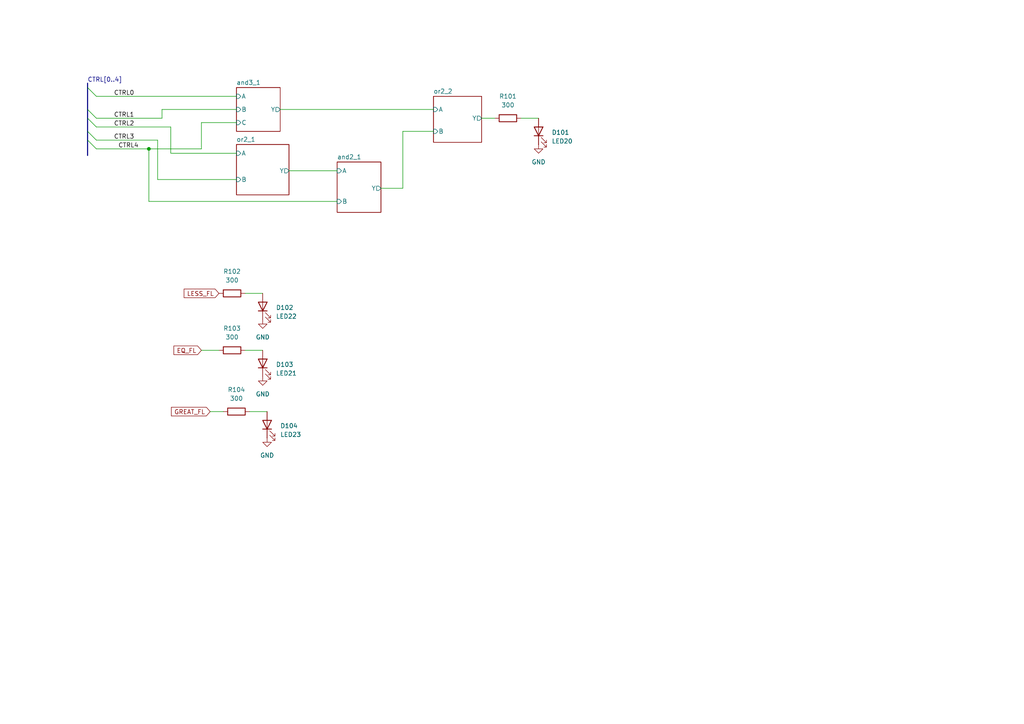
<source format=kicad_sch>
(kicad_sch (version 20250114) (generator "eeschema") (generator_version "9.0")
  (paper "A4")
  (lib_symbols
    (symbol "Device:LED" (pin_numbers (hide yes)) (pin_names (offset 1.016) (hide yes))
      (property "Reference" "D" (at 0 2.54 0))
      (property "Value" "LED" (at 0 -2.54 0))
      (symbol "LED_0_1"
        (polyline (pts (xy -3.048 -0.762) (xy -4.572 -2.286) (xy -3.81 -2.286) (xy -4.572 -2.286) (xy -4.572 -1.524)))
        (polyline (pts (xy -1.778 -0.762) (xy -3.302 -2.286) (xy -2.54 -2.286) (xy -3.302 -2.286) (xy -3.302 -1.524)))
        (polyline (pts (xy -1.27 0) (xy 1.27 0)))
        (polyline (pts (xy -1.27 -1.27) (xy -1.27 1.27)) (stroke (width 0.254)))
        (polyline (pts (xy 1.27 -1.27) (xy 1.27 1.27) (xy -1.27 0) (xy 1.27 -1.27)) (stroke (width 0.254)))
      )
      (symbol "LED_1_1"
        (pin passive line (at -3.81 0 0) (length 2.54) (name "K") (number "1"))
        (pin passive line (at 3.81 0 180) (length 2.54) (name "A") (number "2"))
      )
    )
    (symbol "Device:R" (pin_numbers (hide yes)) (pin_names (offset 0))
      (property "Reference" "R" (at 2.032 0 90))
      (property "Value" "R" (at 0 0 90))
      (symbol "R_0_1"
        (rectangle (start -1.016 -2.54) (end 1.016 2.54) (stroke (width 0.254)))
      )
      (symbol "R_1_1"
        (pin passive line (at 0 3.81 270) (length 1.27) (name "~") (number "1"))
        (pin passive line (at 0 -3.81 90) (length 1.27) (name "~") (number "2"))
      )
    )
    (symbol "power:GND" (power) (pin_numbers (hide yes)) (pin_names (offset 0) (hide yes))
      (property "Value" "GND" (at 0 -3.81 0))
      (symbol "GND_0_1"
        (polyline (pts (xy 0 0) (xy 0 -1.27) (xy 1.27 -1.27) (xy 0 -2.54) (xy -1.27 -1.27) (xy 0 -1.27)))
      )
      (symbol "GND_1_1"
        (pin power_in line (at 0 0 270) (length 0) (name "~") (number "1"))
      )
    )
  )
  (junction (at 43.18 43.18))
  (bus_entry (at 25.4 31.75) (size 2.54 2.54))
  (bus_entry (at 25.4 38.1) (size 2.54 2.54))
  (bus_entry (at 25.4 25.4) (size 2.54 2.54))
  (bus_entry (at 25.4 34.29) (size 2.54 2.54))
  (bus_entry (at 25.4 40.64) (size 2.54 2.54))
  (wire (pts (xy 83.82 49.53) (xy 97.79 49.53)))
  (wire (pts (xy 49.53 36.83) (xy 49.53 44.45)))
  (wire (pts (xy 45.72 40.64) (xy 45.72 52.07)))
  (wire (pts (xy 45.72 52.07) (xy 68.58 52.07)))
  (wire (pts (xy 68.58 35.56) (xy 58.42 35.56)))
  (bus (pts (xy 25.4 34.29) (xy 25.4 38.1)))
  (wire (pts (xy 116.84 38.1) (xy 125.73 38.1)))
  (wire (pts (xy 139.7 34.29) (xy 143.51 34.29)))
  (wire (pts (xy 27.94 36.83) (xy 49.53 36.83)))
  (bus (pts (xy 25.4 24.13) (xy 25.4 25.4)))
  (wire (pts (xy 27.94 34.29) (xy 46.99 34.29)))
  (wire (pts (xy 81.28 31.75) (xy 125.73 31.75)))
  (bus (pts (xy 25.4 31.75) (xy 25.4 34.29)))
  (wire (pts (xy 110.49 54.61) (xy 116.84 54.61)))
  (wire (pts (xy 43.18 43.18) (xy 58.42 43.18)))
  (wire (pts (xy 58.42 101.6) (xy 63.5 101.6)))
  (wire (pts (xy 116.84 54.61) (xy 116.84 38.1)))
  (wire (pts (xy 60.96 119.38) (xy 64.77 119.38)))
  (wire (pts (xy 72.39 119.38) (xy 77.47 119.38)))
  (wire (pts (xy 43.18 58.42) (xy 97.79 58.42)))
  (bus (pts (xy 25.4 25.4) (xy 25.4 31.75)))
  (wire (pts (xy 46.99 31.75) (xy 46.99 34.29)))
  (wire (pts (xy 151.13 34.29) (xy 156.21 34.29)))
  (wire (pts (xy 68.58 31.75) (xy 46.99 31.75)))
  (wire (pts (xy 43.18 43.18) (xy 43.18 58.42)))
  (wire (pts (xy 58.42 35.56) (xy 58.42 43.18)))
  (wire (pts (xy 49.53 44.45) (xy 68.58 44.45)))
  (bus (pts (xy 25.4 40.64) (xy 25.4 45.085)))
  (bus (pts (xy 25.4 38.1) (xy 25.4 40.64)))
  (wire (pts (xy 27.94 27.94) (xy 68.58 27.94)))
  (wire (pts (xy 27.94 43.18) (xy 43.18 43.18)))
  (wire (pts (xy 71.12 101.6) (xy 76.2 101.6)))
  (wire (pts (xy 71.12 85.09) (xy 76.2 85.09)))
  (wire (pts (xy 27.94 40.64) (xy 45.72 40.64)))
  (label "CTRL3" (at 33.02 40.64 0))
  (label "CTRL0" (at 33.02 27.94 0))
  (label "CTRL2" (at 33.02 36.83 0))
  (label "CTRL4" (at 34.29 43.18 0))
  (label "CTRL1" (at 33.02 34.29 0))
  (label "CTRL[0..4]" (at 25.4 24.13 0))
  (global_label "GREAT_FL" (shape input) (at 60.96 119.38 180) (property "Intersheetrefs" "${INTERSHEET_REFS}" (effects (hide yes))))
  (global_label "LESS_FL" (shape input) (at 63.5 85.09 180) (property "Intersheetrefs" "${INTERSHEET_REFS}" (effects (hide yes))))
  (global_label "EQ_FL" (shape input) (at 58.42 101.6 180) (property "Intersheetrefs" "${INTERSHEET_REFS}" (effects (hide yes))))
  (symbol (lib_id "Device:R") (at 67.31 101.6 270) (unit 1)
    (property "Reference" "R103" (at 67.31 95.25 90))
    (property "Value" "300" (at 67.31 97.79 90))
    (property "Footprint" "Resistor_SMD:R_0805_2012Metric" (effects (hide yes)))
    (property "Description" "Resistor" (effects (hide yes)))
  )
  (symbol (lib_id "Device:R") (at 147.32 34.29 270) (unit 1)
    (property "Reference" "R101" (at 147.32 27.94 90))
    (property "Value" "300" (at 147.32 30.48 90))
    (property "Footprint" "Resistor_SMD:R_0805_2012Metric" (effects (hide yes)))
    (property "Description" "Resistor" (effects (hide yes)))
  )
  (symbol (lib_id "power:GND") (at 76.2 109.22 0) (unit 1)
    (property "Reference" "#PWR0103" (effects (hide yes)))
    (property "Value" "GND" (at 76.2 114.3 0))
    (property "Description" "Power symbol creates a global label with name \"GND\" , ground" (effects (hide yes)))
  )
  (symbol (lib_id "Device:LED") (at 76.2 88.9 90) (unit 1)
    (property "Reference" "D102" (at 80.01 89.2174 90) (effects (justify right)))
    (property "Value" "LED22" (at 80.01 91.7574 90) (effects (justify right)))
    (property "Footprint" "LED_THT:LED_D3.0mm" (effects (hide yes)))
    (property "Description" "Light emitting diode" (effects (hide yes)))
    (property "Sim.Pins" "1=K 2=A" (effects (hide yes)))
  )
  (symbol (lib_id "Device:R") (at 67.31 85.09 270) (unit 1)
    (property "Reference" "R102" (at 67.31 78.74 90))
    (property "Value" "300" (at 67.31 81.28 90))
    (property "Footprint" "Resistor_SMD:R_0805_2012Metric" (effects (hide yes)))
    (property "Description" "Resistor" (effects (hide yes)))
  )
  (symbol (lib_id "Device:LED") (at 156.21 38.1 90) (unit 1)
    (property "Reference" "D101" (at 160.02 38.4174 90) (effects (justify right)))
    (property "Value" "LED20" (at 160.02 40.9574 90) (effects (justify right)))
    (property "Footprint" "LED_THT:LED_D3.0mm" (effects (hide yes)))
    (property "Description" "Light emitting diode" (effects (hide yes)))
    (property "Sim.Pins" "1=K 2=A" (effects (hide yes)))
  )
  (symbol (lib_id "Device:R") (at 68.58 119.38 270) (unit 1)
    (property "Reference" "R104" (at 68.58 113.03 90))
    (property "Value" "300" (at 68.58 115.57 90))
    (property "Footprint" "Resistor_SMD:R_0805_2012Metric" (effects (hide yes)))
    (property "Description" "Resistor" (effects (hide yes)))
  )
  (symbol (lib_id "Device:LED") (at 77.47 123.19 90) (unit 1)
    (property "Reference" "D104" (at 81.28 123.5074 90) (effects (justify right)))
    (property "Value" "LED23" (at 81.28 126.0474 90) (effects (justify right)))
    (property "Footprint" "LED_THT:LED_D3.0mm" (effects (hide yes)))
    (property "Description" "Light emitting diode" (effects (hide yes)))
    (property "Sim.Pins" "1=K 2=A" (effects (hide yes)))
  )
  (symbol (lib_id "power:GND") (at 76.2 92.71 0) (unit 1)
    (property "Reference" "#PWR0102" (effects (hide yes)))
    (property "Value" "GND" (at 76.2 97.79 0))
    (property "Description" "Power symbol creates a global label with name \"GND\" , ground" (effects (hide yes)))
  )
  (symbol (lib_id "power:GND") (at 77.47 127 0) (unit 1)
    (property "Reference" "#PWR0104" (effects (hide yes)))
    (property "Value" "GND" (at 77.47 132.08 0))
    (property "Description" "Power symbol creates a global label with name \"GND\" , ground" (effects (hide yes)))
  )
  (symbol (lib_id "Device:LED") (at 76.2 105.41 90) (unit 1)
    (property "Reference" "D103" (at 80.01 105.7274 90) (effects (justify right)))
    (property "Value" "LED21" (at 80.01 108.2674 90) (effects (justify right)))
    (property "Footprint" "LED_THT:LED_D3.0mm" (effects (hide yes)))
    (property "Description" "Light emitting diode" (effects (hide yes)))
    (property "Sim.Pins" "1=K 2=A" (effects (hide yes)))
  )
  (symbol (lib_id "power:GND") (at 156.21 41.91 0) (unit 1)
    (property "Reference" "#PWR0101" (effects (hide yes)))
    (property "Value" "GND" (at 156.21 46.99 0))
    (property "Description" "Power symbol creates a global label with name \"GND\" , ground" (effects (hide yes)))
  )
  (sheet (at 125.73 27.94) (size 13.97 13.335) (stroke (width 0.1524))
    (property "Sheetname" "or2_2" (at 125.73 27.2284 0) (effects (justify left bottom)))
    (property "Sheetfile" "../../../modules/gates/gate_or/gate_or_2in/gate_or_2in.kicad_sch" (effects (hide yes)))
    (pin "B" input (at 125.73 38.1 180))
    (pin "A" input (at 125.73 31.75 180))
    (pin "Y" output (at 139.7 34.29 0))
  )
  (sheet (at 97.79 46.99) (size 12.7 14.605) (stroke (width 0.1524))
    (property "Sheetname" "and2_1" (at 97.79 46.2784 0) (effects (justify left bottom)))
    (property "Sheetfile" "../../../modules/gates/gate_and/gate_and_2in/gate_and_2in.kicad_sch" (effects (hide yes)))
    (pin "A" input (at 97.79 49.53 180))
    (pin "B" input (at 97.79 58.42 180))
    (pin "Y" output (at 110.49 54.61 0))
  )
  (sheet (at 68.58 25.4) (size 12.7 12.7) (stroke (width 0.1524))
    (property "Sheetname" "and3_1" (at 68.58 24.6884 0) (effects (justify left bottom)))
    (property "Sheetfile" "../../../modules/gates/gate_and/gate_and_3in/gate_and_3in.kicad_sch" (effects (hide yes)))
    (pin "Y" output (at 81.28 31.75 0))
    (pin "B" input (at 68.58 31.75 180))
    (pin "A" input (at 68.58 27.94 180))
    (pin "C" input (at 68.58 35.56 180))
  )
  (sheet (at 68.58 41.91) (size 15.24 14.605) (stroke (width 0.1524))
    (property "Sheetname" "or2_1" (at 68.58 41.1984 0) (effects (justify left bottom)))
    (property "Sheetfile" "../../../modules/gates/gate_or/gate_or_2in/gate_or_2in.kicad_sch" (effects (hide yes)))
    (pin "B" input (at 68.58 52.07 180))
    (pin "A" input (at 68.58 44.45 180))
    (pin "Y" output (at 83.82 49.53 0))
  )
)
</source>
